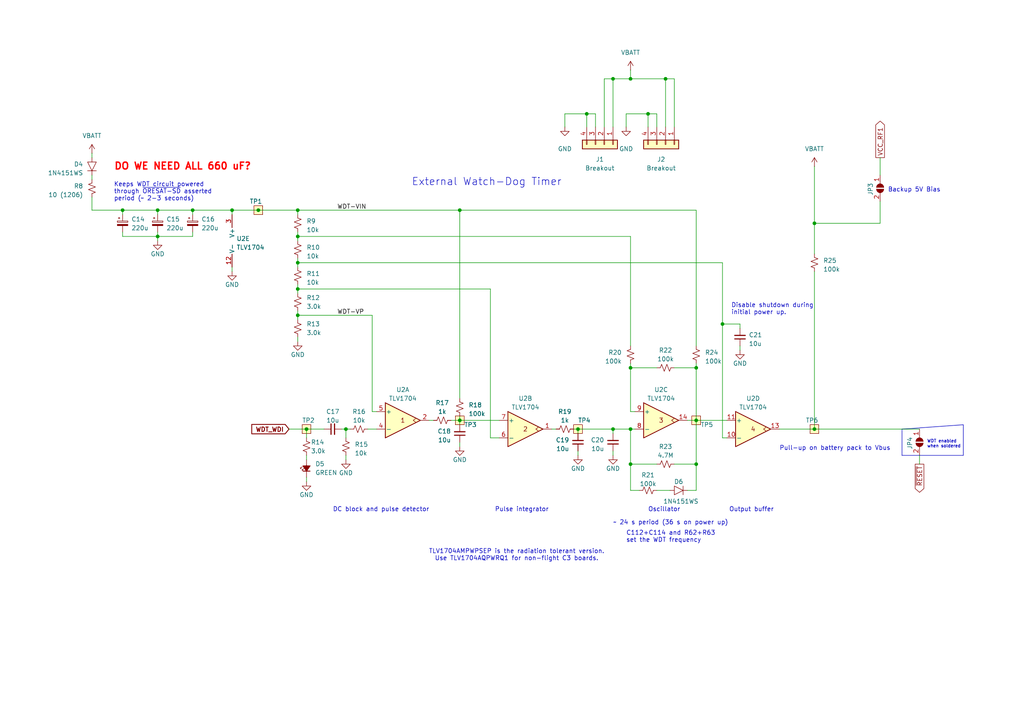
<source format=kicad_sch>
(kicad_sch (version 20231120) (generator "eeschema") (generator_version "8.0")
  (paper "A4")
  (lib_symbols
    (symbol "Connector_Generic:Conn_01x04" (pin_names (offset 1.016) hide)
      (property "Reference" "J" (at 0 5.08 0))
      (property "Value" "Conn_01x04" (at 0 -7.62 0))
      (symbol "Conn_01x04_1_1"
        (pin passive line (at -5.08 2.54 0) (length 3.81) (name "Pin_1") (number "1"))
        (pin passive line (at -5.08 0 0) (length 3.81) (name "Pin_2") (number "2"))
        (pin passive line (at -5.08 -2.54 0) (length 3.81) (name "Pin_3") (number "3"))
        (pin passive line (at -5.08 -5.08 0) (length 3.81) (name "Pin_4") (number "4"))
      )
    )
    (symbol "Device:C_Polarized_Small" (pin_numbers hide) (pin_names (offset 0.254) hide)
      (property "Reference" "C" (at 0.254 1.778 0))
      (property "Value" "C_Polarized_Small" (at 0.254 -2.032 0))
      (symbol "C_Polarized_Small_1_1"
        (pin passive line (at 0 2.54 270) (length 1.8542) (name "~") (number "1"))
        (pin passive line (at 0 -2.54 90) (length 1.8542) (name "~") (number "2"))
      )
    )
    (symbol "Device:C_Small" (pin_numbers hide) (pin_names (offset 0.254) hide)
      (property "Reference" "C" (at 0.254 1.778 0))
      (property "Value" "C_Small" (at 0.254 -2.032 0))
      (symbol "C_Small_1_1"
        (pin passive line (at 0 2.54 270) (length 2.032) (name "~") (number "1"))
        (pin passive line (at 0 -2.54 90) (length 2.032) (name "~") (number "2"))
      )
    )
    (symbol "Device:LED_Small_Filled" (pin_numbers hide) (pin_names (offset 0.254) hide)
      (property "Reference" "D" (at -1.27 3.175 0))
      (property "Value" "LED_Small_Filled" (at -4.445 -2.54 0))
      (symbol "LED_Small_Filled_1_1"
        (pin passive line (at -2.54 0 0) (length 1.778) (name "K") (number "1"))
        (pin passive line (at 2.54 0 180) (length 1.778) (name "A") (number "2"))
      )
    )
    (symbol "Device:R_Small_US" (pin_numbers hide) (pin_names (offset 0.254) hide)
      (property "Reference" "R" (at 0.762 0.508 0))
      (property "Value" "R_Small_US" (at 0.762 -1.016 0))
      (symbol "R_Small_US_1_1"
        (pin passive line (at 0 2.54 270) (length 1.016) (name "~") (number "1"))
        (pin passive line (at 0 -2.54 90) (length 1.016) (name "~") (number "2"))
      )
    )
    (symbol "GND_1" (power) (pin_numbers hide) (pin_names (offset 0) hide)
      (property "Value" "GND" (at 0 -3.81 0))
      (symbol "GND_1_1_1"
        (pin power_in line (at 0 0 270) (length 0) (name "~") (number "1"))
      )
    )
    (symbol "Jumper:SolderJumper_2_Open" (pin_names (offset 0) hide)
      (property "Reference" "JP" (at 0 2.032 0))
      (property "Value" "SolderJumper_2_Open" (at 0 -2.54 0))
      (symbol "SolderJumper_2_Open_1_1"
        (pin passive line (at -3.81 0 0) (length 2.54) (name "A") (number "1"))
        (pin passive line (at 3.81 0 180) (length 2.54) (name "B") (number "2"))
      )
    )
    (symbol "TLV1704AIPWR_1" (pin_names (offset 0.127))
      (property "Reference" "U" (at 0 5.08 0))
      (property "Value" "TLV1704AIPWR" (at 0 -5.08 0))
      (symbol "TLV1704AIPWR_1_1_1"
        (text "1" (at 0 0 0) (effects (font (size 1.27 1.27))))
        (pin open_collector line (at 7.62 0 180) (length 2.54) (name "~") (number "2"))
        (pin input line (at -7.62 -2.54 0) (length 2.54) (name "-") (number "4"))
        (pin input line (at -7.62 2.54 0) (length 2.54) (name "+") (number "5"))
      )
      (symbol "TLV1704AIPWR_1_2_1"
        (text "2" (at 0 0 0) (effects (font (size 1.27 1.27))))
        (pin open_collector line (at 7.62 0 180) (length 2.54) (name "~") (number "1"))
        (pin input line (at -7.62 -2.54 0) (length 2.54) (name "-") (number "6"))
        (pin input line (at -7.62 2.54 0) (length 2.54) (name "+") (number "7"))
      )
      (symbol "TLV1704AIPWR_1_3_1"
        (text "3" (at 0 0 0) (effects (font (size 1.27 1.27))))
        (pin open_collector line (at 7.62 0 180) (length 2.54) (name "~") (number "14"))
        (pin input line (at -7.62 -2.54 0) (length 2.54) (name "-") (number "8"))
        (pin input line (at -7.62 2.54 0) (length 2.54) (name "+") (number "9"))
      )
      (symbol "TLV1704AIPWR_1_4_1"
        (text "4" (at 0 0 0) (effects (font (size 1.27 1.27))))
        (pin input line (at -7.62 -2.54 0) (length 2.54) (name "-") (number "10"))
        (pin input line (at -7.62 2.54 0) (length 2.54) (name "+") (number "11"))
        (pin open_collector line (at 7.62 0 180) (length 2.54) (name "~") (number "13"))
      )
      (symbol "TLV1704AIPWR_1_5_1"
        (pin power_in line (at -2.54 -7.62 90) (length 3.81) (name "V-") (number "12"))
        (pin power_in line (at -2.54 7.62 270) (length 3.81) (name "V+") (number "3"))
      )
    )
    (symbol "TLV1704AIPWR_2" (pin_names (offset 0.127))
      (property "Reference" "U" (at 0 5.08 0))
      (property "Value" "TLV1704AIPWR" (at 0 -5.08 0))
      (symbol "TLV1704AIPWR_2_1_1"
        (text "1" (at 0 0 0) (effects (font (size 1.27 1.27))))
        (pin open_collector line (at 7.62 0 180) (length 2.54) (name "~") (number "2"))
        (pin input line (at -7.62 -2.54 0) (length 2.54) (name "-") (number "4"))
        (pin input line (at -7.62 2.54 0) (length 2.54) (name "+") (number "5"))
      )
      (symbol "TLV1704AIPWR_2_2_1"
        (text "2" (at 0 0 0) (effects (font (size 1.27 1.27))))
        (pin open_collector line (at 7.62 0 180) (length 2.54) (name "~") (number "1"))
        (pin input line (at -7.62 -2.54 0) (length 2.54) (name "-") (number "6"))
        (pin input line (at -7.62 2.54 0) (length 2.54) (name "+") (number "7"))
      )
      (symbol "TLV1704AIPWR_2_3_1"
        (text "3" (at 0 0 0) (effects (font (size 1.27 1.27))))
        (pin open_collector line (at 7.62 0 180) (length 2.54) (name "~") (number "14"))
        (pin input line (at -7.62 -2.54 0) (length 2.54) (name "-") (number "8"))
        (pin input line (at -7.62 2.54 0) (length 2.54) (name "+") (number "9"))
      )
      (symbol "TLV1704AIPWR_2_4_1"
        (text "4" (at 0 0 0) (effects (font (size 1.27 1.27))))
        (pin input line (at -7.62 -2.54 0) (length 2.54) (name "-") (number "10"))
        (pin input line (at -7.62 2.54 0) (length 2.54) (name "+") (number "11"))
        (pin open_collector line (at 7.62 0 180) (length 2.54) (name "~") (number "13"))
      )
      (symbol "TLV1704AIPWR_2_5_1"
        (pin power_in line (at -2.54 -7.62 90) (length 3.81) (name "V-") (number "12"))
        (pin power_in line (at -2.54 7.62 270) (length 3.81) (name "V+") (number "3"))
      )
    )
    (symbol "TLV1704AIPWR_3" (pin_names (offset 0.127))
      (property "Reference" "U" (at 0 5.08 0))
      (property "Value" "TLV1704AIPWR" (at 0 -5.08 0))
      (symbol "TLV1704AIPWR_3_1_1"
        (text "1" (at 0 0 0) (effects (font (size 1.27 1.27))))
        (pin open_collector line (at 7.62 0 180) (length 2.54) (name "~") (number "2"))
        (pin input line (at -7.62 -2.54 0) (length 2.54) (name "-") (number "4"))
        (pin input line (at -7.62 2.54 0) (length 2.54) (name "+") (number "5"))
      )
      (symbol "TLV1704AIPWR_3_2_1"
        (text "2" (at 0 0 0) (effects (font (size 1.27 1.27))))
        (pin open_collector line (at 7.62 0 180) (length 2.54) (name "~") (number "1"))
        (pin input line (at -7.62 -2.54 0) (length 2.54) (name "-") (number "6"))
        (pin input line (at -7.62 2.54 0) (length 2.54) (name "+") (number "7"))
      )
      (symbol "TLV1704AIPWR_3_3_1"
        (text "3" (at 0 0 0) (effects (font (size 1.27 1.27))))
        (pin open_collector line (at 7.62 0 180) (length 2.54) (name "~") (number "14"))
        (pin input line (at -7.62 -2.54 0) (length 2.54) (name "-") (number "8"))
        (pin input line (at -7.62 2.54 0) (length 2.54) (name "+") (number "9"))
      )
      (symbol "TLV1704AIPWR_3_4_1"
        (text "4" (at 0 0 0) (effects (font (size 1.27 1.27))))
        (pin input line (at -7.62 -2.54 0) (length 2.54) (name "-") (number "10"))
        (pin input line (at -7.62 2.54 0) (length 2.54) (name "+") (number "11"))
        (pin open_collector line (at 7.62 0 180) (length 2.54) (name "~") (number "13"))
      )
      (symbol "TLV1704AIPWR_3_5_1"
        (pin power_in line (at -2.54 -7.62 90) (length 3.81) (name "V-") (number "12"))
        (pin power_in line (at -2.54 7.62 270) (length 3.81) (name "V+") (number "3"))
      )
    )
    (symbol "TLV1704AIPWR_4" (pin_names (offset 0.127))
      (property "Reference" "U" (at 0 5.08 0))
      (property "Value" "TLV1704AIPWR" (at 0 -5.08 0))
      (symbol "TLV1704AIPWR_4_1_1"
        (text "1" (at 0 0 0) (effects (font (size 1.27 1.27))))
        (pin open_collector line (at 7.62 0 180) (length 2.54) (name "~") (number "2"))
        (pin input line (at -7.62 -2.54 0) (length 2.54) (name "-") (number "4"))
        (pin input line (at -7.62 2.54 0) (length 2.54) (name "+") (number "5"))
      )
      (symbol "TLV1704AIPWR_4_2_1"
        (text "2" (at 0 0 0) (effects (font (size 1.27 1.27))))
        (pin open_collector line (at 7.62 0 180) (length 2.54) (name "~") (number "1"))
        (pin input line (at -7.62 -2.54 0) (length 2.54) (name "-") (number "6"))
        (pin input line (at -7.62 2.54 0) (length 2.54) (name "+") (number "7"))
      )
      (symbol "TLV1704AIPWR_4_3_1"
        (text "3" (at 0 0 0) (effects (font (size 1.27 1.27))))
        (pin open_collector line (at 7.62 0 180) (length 2.54) (name "~") (number "14"))
        (pin input line (at -7.62 -2.54 0) (length 2.54) (name "-") (number "8"))
        (pin input line (at -7.62 2.54 0) (length 2.54) (name "+") (number "9"))
      )
      (symbol "TLV1704AIPWR_4_4_1"
        (text "4" (at 0 0 0) (effects (font (size 1.27 1.27))))
        (pin input line (at -7.62 -2.54 0) (length 2.54) (name "-") (number "10"))
        (pin input line (at -7.62 2.54 0) (length 2.54) (name "+") (number "11"))
        (pin open_collector line (at 7.62 0 180) (length 2.54) (name "~") (number "13"))
      )
      (symbol "TLV1704AIPWR_4_5_1"
        (pin power_in line (at -2.54 -7.62 90) (length 3.81) (name "V-") (number "12"))
        (pin power_in line (at -2.54 7.62 270) (length 3.81) (name "V+") (number "3"))
      )
    )
    (symbol "oresat-diodes:1N4151WS-HE3" (pin_numbers hide) (pin_names (offset 0) hide)
      (property "Reference" "D" (at 0 2.54 0))
      (property "Value" "1N4151WS" (at 0 -2.54 0))
      (symbol "1N4151WS-HE3_1_1"
        (pin passive line (at 2.54 0 180) (length 1.27) (name "1") (number "1"))
        (pin passive line (at -2.54 0 0) (length 1.27) (name "2") (number "2"))
      )
    )
    (symbol "oresat-ics:TLV1704AIPWR" (pin_names (offset 0.127))
      (property "Reference" "U" (at 0 5.08 0))
      (property "Value" "TLV1704AIPWR" (at 0 -5.08 0))
      (symbol "TLV1704AIPWR_1_1"
        (text "1" (at 0 0 0) (effects (font (size 1.27 1.27))))
        (pin open_collector line (at 7.62 0 180) (length 2.54) (name "~") (number "2"))
        (pin input line (at -7.62 -2.54 0) (length 2.54) (name "-") (number "4"))
        (pin input line (at -7.62 2.54 0) (length 2.54) (name "+") (number "5"))
      )
      (symbol "TLV1704AIPWR_2_1"
        (text "2" (at 0 0 0) (effects (font (size 1.27 1.27))))
        (pin open_collector line (at 7.62 0 180) (length 2.54) (name "~") (number "1"))
        (pin input line (at -7.62 -2.54 0) (length 2.54) (name "-") (number "6"))
        (pin input line (at -7.62 2.54 0) (length 2.54) (name "+") (number "7"))
      )
      (symbol "TLV1704AIPWR_3_1"
        (text "3" (at 0 0 0) (effects (font (size 1.27 1.27))))
        (pin open_collector line (at 7.62 0 180) (length 2.54) (name "~") (number "14"))
        (pin input line (at -7.62 -2.54 0) (length 2.54) (name "-") (number "8"))
        (pin input line (at -7.62 2.54 0) (length 2.54) (name "+") (number "9"))
      )
      (symbol "TLV1704AIPWR_4_1"
        (text "4" (at 0 0 0) (effects (font (size 1.27 1.27))))
        (pin input line (at -7.62 -2.54 0) (length 2.54) (name "-") (number "10"))
        (pin input line (at -7.62 2.54 0) (length 2.54) (name "+") (number "11"))
        (pin open_collector line (at 7.62 0 180) (length 2.54) (name "~") (number "13"))
      )
      (symbol "TLV1704AIPWR_5_1"
        (pin power_in line (at -2.54 -7.62 90) (length 3.81) (name "V-") (number "12"))
        (pin power_in line (at -2.54 7.62 270) (length 3.81) (name "V+") (number "3"))
      )
    )
    (symbol "oresat-misc:Test-Point-0.75mm-th" (exclude_from_sim yes) (in_bom no)
      (property "Reference" "TP" (at 0 2.54 0))
      (symbol "Test-Point-0.75mm-th_1_0"
        (pin passive line (at 0 0 0) (length 0) (name "1") (number "1"))
      )
    )
    (symbol "power:GND" (power) (pin_names (offset 0))
      (property "Value" "GND" (at 0 -3.81 0))
      (symbol "GND_1_1"
        (pin power_in line (at 0 0 270) (length 0) hide (name "GND") (number "1"))
      )
    )
    (symbol "power:VBUS" (power) (pin_numbers hide) (pin_names (offset 0) hide)
      (property "Value" "VBUS" (at 0 3.556 0))
      (symbol "VBUS_1_1"
        (pin power_in line (at 0 0 90) (length 0) (name "~") (number "1"))
      )
    )
  )
  (junction (at 193.04 22.86))
  (junction (at 86.36 68.58))
  (junction (at 201.93 134.62))
  (junction (at 67.31 60.96))
  (junction (at 86.36 60.96))
  (junction (at 133.35 121.92))
  (junction (at 182.88 106.68))
  (junction (at 86.36 76.2))
  (junction (at 177.8 124.46))
  (junction (at 133.35 60.96))
  (junction (at 201.93 106.68))
  (junction (at 236.22 124.46))
  (junction (at 88.9 124.46))
  (junction (at 100.33 124.46))
  (junction (at 86.36 91.44))
  (junction (at 182.88 124.46))
  (junction (at 86.36 83.82))
  (junction (at 201.93 121.92))
  (junction (at 74.93 60.96))
  (junction (at 182.88 22.86))
  (junction (at 182.88 134.62))
  (junction (at 167.64 124.46))
  (junction (at 236.22 64.77))
  (junction (at 45.72 60.96))
  (junction (at 35.56 60.96))
  (junction (at 55.88 60.96))
  (junction (at 177.8 22.86))
  (junction (at 187.96 33.02))
  (junction (at 209.55 93.98))
  (junction (at 45.72 68.58))
  (junction (at 170.18 33.02))
  (wire (pts (xy 266.7 132.08) (xy 266.7 134.62)))
  (wire (pts (xy 167.64 124.46) (xy 177.8 124.46)))
  (wire (pts (xy 133.35 121.92) (xy 133.35 123.19)))
  (wire (pts (xy 88.9 139.7) (xy 88.9 138.43)))
  (wire (pts (xy 187.96 33.02) (xy 181.61 33.02)))
  (wire (pts (xy 88.9 127) (xy 88.9 124.46)))
  (wire (pts (xy 190.5 134.62) (xy 182.88 134.62)))
  (wire (pts (xy 26.67 60.96) (xy 35.56 60.96)))
  (wire (pts (xy 184.15 119.38) (xy 182.88 119.38)))
  (wire (pts (xy 209.55 76.2) (xy 209.55 93.98)))
  (wire (pts (xy 255.27 64.77) (xy 236.22 64.77)))
  (wire (pts (xy 74.93 60.96) (xy 86.36 60.96)))
  (wire (pts (xy 182.88 22.86) (xy 182.88 20.32)))
  (wire (pts (xy 100.33 124.46) (xy 100.33 127)))
  (wire (pts (xy 182.88 142.24) (xy 182.88 134.62)))
  (wire (pts (xy 214.63 95.25) (xy 214.63 93.98)))
  (wire (pts (xy 187.96 36.83) (xy 187.96 33.02)))
  (wire (pts (xy 107.95 91.44) (xy 107.95 119.38)))
  (wire (pts (xy 86.36 76.2) (xy 209.55 76.2)))
  (wire (pts (xy 182.88 106.68) (xy 190.5 106.68)))
  (wire (pts (xy 45.72 67.31) (xy 45.72 68.58)))
  (wire (pts (xy 170.18 33.02) (xy 172.72 33.02)))
  (wire (pts (xy 177.8 22.86) (xy 177.8 36.83)))
  (polyline (pts (xy 261.62 124.46) (xy 279.4 123.19)))
  (wire (pts (xy 209.55 93.98) (xy 214.63 93.98)))
  (wire (pts (xy 201.93 142.24) (xy 201.93 134.62)))
  (wire (pts (xy 45.72 68.58) (xy 55.88 68.58)))
  (wire (pts (xy 175.26 22.86) (xy 177.8 22.86)))
  (wire (pts (xy 67.31 78.74) (xy 67.31 77.47)))
  (wire (pts (xy 35.56 60.96) (xy 35.56 62.23)))
  (wire (pts (xy 226.06 124.46) (xy 236.22 124.46)))
  (wire (pts (xy 236.22 124.46) (xy 266.7 124.46)))
  (wire (pts (xy 88.9 132.08) (xy 88.9 133.35)))
  (wire (pts (xy 45.72 60.96) (xy 45.72 62.23)))
  (wire (pts (xy 195.58 36.83) (xy 195.58 22.86)))
  (wire (pts (xy 55.88 62.23) (xy 55.88 60.96)))
  (wire (pts (xy 160.02 124.46) (xy 161.29 124.46)))
  (wire (pts (xy 35.56 60.96) (xy 45.72 60.96)))
  (polyline (pts (xy 261.62 132.08) (xy 261.62 124.46)))
  (wire (pts (xy 163.83 33.02) (xy 163.83 36.83)))
  (wire (pts (xy 201.93 100.33) (xy 201.93 60.96)))
  (wire (pts (xy 167.64 132.08) (xy 167.64 130.81)))
  (wire (pts (xy 142.24 83.82) (xy 142.24 127)))
  (wire (pts (xy 86.36 83.82) (xy 86.36 85.09)))
  (wire (pts (xy 236.22 48.26) (xy 236.22 64.77)))
  (wire (pts (xy 124.46 121.92) (xy 125.73 121.92)))
  (wire (pts (xy 177.8 22.86) (xy 182.88 22.86)))
  (wire (pts (xy 133.35 121.92) (xy 133.35 120.65)))
  (wire (pts (xy 175.26 36.83) (xy 175.26 22.86)))
  (wire (pts (xy 88.9 124.46) (xy 93.98 124.46)))
  (wire (pts (xy 177.8 132.08) (xy 177.8 130.81)))
  (wire (pts (xy 106.68 124.46) (xy 109.22 124.46)))
  (wire (pts (xy 201.93 105.41) (xy 201.93 106.68)))
  (wire (pts (xy 201.93 121.92) (xy 210.82 121.92)))
  (wire (pts (xy 86.36 90.17) (xy 86.36 91.44)))
  (wire (pts (xy 26.67 44.45) (xy 26.67 45.72)))
  (wire (pts (xy 177.8 124.46) (xy 182.88 124.46)))
  (wire (pts (xy 86.36 97.79) (xy 86.36 99.06)))
  (wire (pts (xy 86.36 76.2) (xy 86.36 77.47)))
  (wire (pts (xy 182.88 119.38) (xy 182.88 106.68)))
  (wire (pts (xy 255.27 45.72) (xy 255.27 50.8)))
  (wire (pts (xy 133.35 60.96) (xy 86.36 60.96)))
  (polyline (pts (xy 279.4 123.19) (xy 279.4 132.08)))
  (wire (pts (xy 133.35 129.54) (xy 133.35 128.27)))
  (wire (pts (xy 182.88 124.46) (xy 184.15 124.46)))
  (wire (pts (xy 100.33 124.46) (xy 101.6 124.46)))
  (wire (pts (xy 214.63 101.6) (xy 214.63 100.33)))
  (wire (pts (xy 86.36 91.44) (xy 107.95 91.44)))
  (wire (pts (xy 35.56 67.31) (xy 35.56 68.58)))
  (wire (pts (xy 201.93 134.62) (xy 201.93 121.92)))
  (wire (pts (xy 133.35 121.92) (xy 144.78 121.92)))
  (wire (pts (xy 236.22 78.74) (xy 236.22 124.46)))
  (wire (pts (xy 166.37 124.46) (xy 167.64 124.46)))
  (wire (pts (xy 86.36 67.31) (xy 86.36 68.58)))
  (wire (pts (xy 67.31 60.96) (xy 74.93 60.96)))
  (wire (pts (xy 133.35 60.96) (xy 133.35 115.57)))
  (wire (pts (xy 209.55 93.98) (xy 209.55 127)))
  (wire (pts (xy 193.04 22.86) (xy 182.88 22.86)))
  (wire (pts (xy 187.96 33.02) (xy 190.5 33.02)))
  (wire (pts (xy 190.5 33.02) (xy 190.5 36.83)))
  (wire (pts (xy 100.33 132.08) (xy 100.33 133.35)))
  (wire (pts (xy 86.36 83.82) (xy 142.24 83.82)))
  (wire (pts (xy 55.88 60.96) (xy 67.31 60.96)))
  (wire (pts (xy 86.36 68.58) (xy 86.36 69.85)))
  (wire (pts (xy 99.06 124.46) (xy 100.33 124.46)))
  (wire (pts (xy 255.27 58.42) (xy 255.27 64.77)))
  (wire (pts (xy 86.36 91.44) (xy 86.36 92.71)))
  (wire (pts (xy 199.39 121.92) (xy 201.93 121.92)))
  (wire (pts (xy 199.39 142.24) (xy 201.93 142.24)))
  (wire (pts (xy 190.5 142.24) (xy 194.31 142.24)))
  (wire (pts (xy 67.31 62.23) (xy 67.31 60.96)))
  (wire (pts (xy 195.58 22.86) (xy 193.04 22.86)))
  (wire (pts (xy 86.36 68.58) (xy 182.88 68.58)))
  (wire (pts (xy 172.72 33.02) (xy 172.72 36.83)))
  (wire (pts (xy 86.36 74.93) (xy 86.36 76.2)))
  (wire (pts (xy 167.64 124.46) (xy 167.64 125.73)))
  (wire (pts (xy 236.22 64.77) (xy 236.22 73.66)))
  (wire (pts (xy 133.35 60.96) (xy 201.93 60.96)))
  (polyline (pts (xy 279.4 132.08) (xy 261.62 132.08)))
  (wire (pts (xy 45.72 60.96) (xy 55.88 60.96)))
  (wire (pts (xy 45.72 68.58) (xy 45.72 69.85)))
  (wire (pts (xy 195.58 134.62) (xy 201.93 134.62)))
  (wire (pts (xy 193.04 36.83) (xy 193.04 22.86)))
  (wire (pts (xy 182.88 105.41) (xy 182.88 106.68)))
  (wire (pts (xy 142.24 127) (xy 144.78 127)))
  (wire (pts (xy 83.82 124.46) (xy 88.9 124.46)))
  (wire (pts (xy 195.58 106.68) (xy 201.93 106.68)))
  (wire (pts (xy 55.88 67.31) (xy 55.88 68.58)))
  (wire (pts (xy 182.88 142.24) (xy 185.42 142.24)))
  (wire (pts (xy 26.67 57.15) (xy 26.67 60.96)))
  (wire (pts (xy 170.18 33.02) (xy 163.83 33.02)))
  (wire (pts (xy 209.55 127) (xy 210.82 127)))
  (wire (pts (xy 26.67 50.8) (xy 26.67 52.07)))
  (wire (pts (xy 182.88 134.62) (xy 182.88 124.46)))
  (wire (pts (xy 177.8 125.73) (xy 177.8 124.46)))
  (wire (pts (xy 107.95 119.38) (xy 109.22 119.38)))
  (wire (pts (xy 170.18 36.83) (xy 170.18 33.02)))
  (wire (pts (xy 45.72 68.58) (xy 35.56 68.58)))
  (wire (pts (xy 182.88 100.33) (xy 182.88 68.58)))
  (wire (pts (xy 86.36 62.23) (xy 86.36 60.96)))
  (wire (pts (xy 130.81 121.92) (xy 133.35 121.92)))
  (wire (pts (xy 201.93 106.68) (xy 201.93 121.92)))
  (wire (pts (xy 181.61 33.02) (xy 181.61 36.83)))
  (wire (pts (xy 86.36 82.55) (xy 86.36 83.82)))
  (text "DC block and pulse detector" (at 96.52 148.59 0) (effects (font (size 1.27 1.27)) (justify left bottom)))
  (text "External Watch-Dog Timer" (at 119.38 54.102 0) (effects (font (size 2.159 2.159)) (justify left bottom)))
  (text "Backup 5V Bias" (at 265.176 55.118 0) (effects (font (size 1.27 1.27))))
  (text "Pulse integrator" (at 143.51 148.59 0) (effects (font (size 1.27 1.27)) (justify left bottom)))
  (text "Disable shutdown during\ninitial power up." (at 212.09 91.44 0) (effects (font (size 1.27 1.27)) (justify left bottom)))
  (text "Keeps WDT circuit powered\nthrough ~{ORESAT-SD} asserted\nperiod (~ 2-3 seconds)" (at 33.02 58.42 0) (effects (font (size 1.27 1.27)) (justify left bottom)))
  (text "Oscillator" (at 187.96 148.59 0) (effects (font (size 1.27 1.27)) (justify left bottom)))
  (text "DO WE NEED ALL 660 uF?" (at 33.02 49.53 0) (effects (font (size 2 2) (thickness 0.4) (bold yes)) (justify left bottom)))
  (text "~ 24 s period (36 s on power up)" (at 177.8 152.4 0) (effects (font (size 1.27 1.27)) (justify left bottom)))
  (text "C112+C114 and R62+R63 \nset the WDT frequency" (at 181.61 157.48 0) (effects (font (size 1.27 1.27)) (justify left bottom)))
  (text "Pull-up on battery pack to Vbus" (at 226.06 130.81 0) (effects (font (size 1.27 1.27)) (justify left bottom)))
  (text "WDT enabled\nwhen soldered" (at 268.859 130.048 0) (effects (font (size 0.889 0.889)) (justify left bottom)))
  (text "TLV1704AMPWPSEP is the radiation tolerant version.\nUse TLV1704AQPWRQ1 for non-flight C3 boards." (at 149.86 161.036 0) (effects (font (size 1.27 1.27))))
  (text "Output buffer" (at 211.455 148.59 0) (effects (font (size 1.27 1.27)) (justify left bottom)))
  (label "WDT-VIN" (at 97.79 60.96 0))
  (label "WDT-VP" (at 97.79 91.44 0))
  (global_label "~{RESET}" (shape output) (at 266.7 134.62 270) (property "Intersheetrefs" "${INTERSHEET_REFS}" (effects (hide yes))))
  (global_label "VCC_RF1" (shape output) (at 255.27 45.72 90) (property "Intersheetrefs" "${INTERSHEET_REFS}" (effects (hide yes))))
  (global_label "WDT_WDI" (shape input) (at 83.82 124.46 180) (effects (font (thickness 0.254) (bold yes))) (property "Intersheetrefs" "${INTERSHEET_REFS}" (effects (hide yes))))
  (symbol (lib_id "power:GND") (at 167.64 132.08 0) (mirror y) (unit 1)
    (property "Reference" "#PWR031" (effects (hide yes)))
    (property "Value" "GND" (at 167.64 135.89 0))
    (property "Description" "Power symbol creates a global label with name \"GND\" , ground" (effects (hide yes)))
  )
  (symbol (lib_id "Device:R_Small_US") (at 86.36 72.39 0) (unit 1)
    (property "Reference" "R10" (at 88.9 71.755 0) (effects (justify left)))
    (property "Value" "10k" (at 88.9 74.295 0) (effects (justify left)))
    (property "Footprint" "Resistor_SMD:R_0603_1608Metric" (effects (hide yes)))
    (property "Description" "10 kOhms ±1% 0.1W, 1/10W Chip Resistor 0603 (1608 Metric) Automotive AEC-Q200 Thick Film" (effects (hide yes)))
    (property "DPN" "RMCF0603FT10K0CT-ND" (effects (hide yes)))
    (property "DST" "Digi-Key" (effects (hide yes)))
    (property "MFR" "Stackpole Electronics Inc" (effects (hide yes)))
    (property "MPN" "RMCF0603FT10K0" (effects (hide yes)))
  )
  (symbol (lib_id "Device:R_Small_US") (at 236.22 76.2 180) (unit 1)
    (property "Reference" "R25" (at 238.76 75.565 0) (effects (justify right)))
    (property "Value" "100k" (at 238.76 78.105 0) (effects (justify right)))
    (property "Footprint" "Resistor_SMD:R_0603_1608Metric" (effects (hide yes)))
    (property "Description" "100 kOhms ±5% 0.1W, 1/10W Chip Resistor 0603 (1608 Metric) Automotive AEC-Q200 Thick Film" (effects (hide yes)))
    (property "DPN" "RMCF0603FT100KCT-ND" (effects (hide yes)))
    (property "DST" "Digi-Key" (effects (hide yes)))
    (property "MFR" "Stackpole Electronics Inc" (effects (hide yes)))
    (property "MPN" "RMCF0603FT100K" (effects (hide yes)))
  )
  (symbol (lib_id "Device:R_Small_US") (at 201.93 102.87 180) (unit 1)
    (property "Reference" "R24" (at 204.47 102.235 0) (effects (justify right)))
    (property "Value" "100k" (at 204.47 104.775 0) (effects (justify right)))
    (property "Footprint" "Resistor_SMD:R_0603_1608Metric" (effects (hide yes)))
    (property "Description" "100 kOhms ±5% 0.1W, 1/10W Chip Resistor 0603 (1608 Metric) Automotive AEC-Q200 Thick Film" (effects (hide yes)))
    (property "DPN" "RMCF0603FT100KCT-ND" (effects (hide yes)))
    (property "DST" "Digi-Key" (effects (hide yes)))
    (property "MFR" "Stackpole Electronics Inc" (effects (hide yes)))
    (property "MPN" "RMCF0603FT100K" (effects (hide yes)))
  )
  (symbol (lib_id "Device:R_Small_US") (at 100.33 129.54 0) (unit 1)
    (property "Reference" "R15" (at 102.87 128.905 0) (effects (justify left)))
    (property "Value" "10k" (at 102.87 131.445 0) (effects (justify left)))
    (property "Footprint" "Resistor_SMD:R_0603_1608Metric" (effects (hide yes)))
    (property "Description" "10 kOhms ±1% 0.1W, 1/10W Chip Resistor 0603 (1608 Metric) Automotive AEC-Q200 Thick Film" (effects (hide yes)))
    (property "DPN" "RMCF0603FT10K0CT-ND" (effects (hide yes)))
    (property "DST" "Digi-Key" (effects (hide yes)))
    (property "MFR" "Stackpole Electronics Inc" (effects (hide yes)))
    (property "MPN" "RMCF0603FT10K0" (effects (hide yes)))
  )
  (symbol (lib_id "Device:R_Small_US") (at 133.35 118.11 0) (unit 1)
    (property "Reference" "R18" (at 135.89 117.475 0) (effects (justify left)))
    (property "Value" "100k" (at 135.89 120.015 0) (effects (justify left)))
    (property "Footprint" "Resistor_SMD:R_0603_1608Metric" (effects (hide yes)))
    (property "Description" "100 kOhms ±5% 0.1W, 1/10W Chip Resistor 0603 (1608 Metric) Automotive AEC-Q200 Thick Film" (effects (hide yes)))
    (property "DPN" "RMCF0603FT100KCT-ND" (effects (hide yes)))
    (property "DST" "Digi-Key" (effects (hide yes)))
    (property "MFR" "Stackpole Electronics Inc" (effects (hide yes)))
    (property "MPN" "RMCF0603FT100K" (effects (hide yes)))
  )
  (symbol (lib_name "TLV1704AIPWR_3") (lib_id "oresat-ics:TLV1704AIPWR") (at 218.44 124.46 0) (unit 4)
    (property "Reference" "U2" (at 218.44 115.57 0))
    (property "Value" "TLV1704" (at 218.44 118.11 0))
    (property "Footprint" "Package_SO:TSSOP-14_4.4x5mm_P0.65mm" (effects (hide yes)))
    (property "Datasheet" "https://www.ti.com/lit/ds/symlink/tlv1704-sep.pdf" (effects (hide yes)))
    (property "Description" "Analog Comparators 2.2-V to 36-V, radiation tolerant microPower quad comparator in space enhanced plastic 14-TSSOP -55 to 125" (effects (hide yes)))
    (property "MFR" "Texas Instruments" (effects (hide yes)))
    (property "MPN" "TLV1704AQPWRQ1" (effects (hide yes)))
    (property "DST" "Digi-Key" (effects (hide yes)))
    (property "DPN" "296-43799-2-ND" (effects (hide yes)))
  )
  (symbol (lib_id "Device:C_Small") (at 96.52 124.46 90) (unit 1)
    (property "Reference" "C17" (at 96.5263 119.38 90))
    (property "Value" "10u" (at 96.5263 121.92 90))
    (property "Footprint" "Capacitor_SMD:C_0603_1608Metric" (effects (hide yes)))
    (property "Description" "10 µF ±10% 16V Ceramic Capacitor X5R 0603 (1608 Metric)" (effects (hide yes)))
    (property "DPN" "490-12317-1-ND" (effects (hide yes)))
    (property "DST" "Digi-Key" (effects (hide yes)))
    (property "MFR" "Murata" (effects (hide yes)))
    (property "MPN" "GRT188R61C106KE13D" (effects (hide yes)))
  )
  (symbol (lib_id "oresat-misc:Test-Point-0.75mm-th") (at 133.35 121.92 0) (unit 1) (exclude_from_sim yes) (in_bom no)
    (property "Reference" "TP3" (at 134.62 123.19 0) (effects (justify left)))
    (property "Value" "TestPoint-MinTH" (effects (hide yes)))
    (property "Footprint" "oresat-misc:TestPoint-0.75mm-th" (effects (hide yes)))
    (property "Description" "0.75 mm TH test point; good for scope probes and jumpers" (effects (hide yes)))
  )
  (symbol (lib_id "power:GND") (at 88.9 139.7 0) (unit 1)
    (property "Reference" "#PWR027" (effects (hide yes)))
    (property "Value" "GND" (at 88.9 143.51 0))
    (property "Description" "Power symbol creates a global label with name \"GND\" , ground" (effects (hide yes)))
  )
  (symbol (lib_id "Device:R_Small_US") (at 193.04 106.68 90) (unit 1)
    (property "Reference" "R22" (at 193.04 101.6 90))
    (property "Value" "100k" (at 193.04 104.14 90))
    (property "Footprint" "Resistor_SMD:R_0603_1608Metric" (effects (hide yes)))
    (property "Description" "100 kOhms ±5% 0.1W, 1/10W Chip Resistor 0603 (1608 Metric) Automotive AEC-Q200 Thick Film" (effects (hide yes)))
    (property "DPN" "RMCF0603FT100KCT-ND" (effects (hide yes)))
    (property "DST" "Digi-Key" (effects (hide yes)))
    (property "MFR" "Stackpole Electronics Inc" (effects (hide yes)))
    (property "MPN" "RMCF0603FT100K" (effects (hide yes)))
  )
  (symbol (lib_id "Jumper:SolderJumper_2_Open") (at 266.7 128.27 270) (unit 1)
    (property "Reference" "JP4" (at 263.906 128.524 0))
    (property "Value" "SolderJumper_2_Open" (effects (hide yes)))
    (property "Footprint" "Jumper:SolderJumper-2_P1.3mm_Open_RoundedPad1.0x1.5mm" (effects (hide yes)))
  )
  (symbol (lib_id "power:GND") (at 133.35 129.54 0) (unit 1)
    (property "Reference" "#PWR029" (effects (hide yes)))
    (property "Value" "GND" (at 133.35 133.35 0))
    (property "Description" "Power symbol creates a global label with name \"GND\" , ground" (effects (hide yes)))
  )
  (symbol (lib_id "power:VBUS") (at 182.88 20.32 0) (unit 1)
    (property "Reference" "#PWR034" (effects (hide yes)))
    (property "Value" "VBATT" (at 182.88 15.24 0))
    (property "Description" "Power symbol creates a global label with name \"VBUS\"" (effects (hide yes)))
  )
  (symbol (lib_id "Device:C_Small") (at 177.8 128.27 0) (mirror x) (unit 1)
    (property "Reference" "C20" (at 175.26 127.6286 0) (effects (justify right)))
    (property "Value" "10u" (at 175.26 130.1686 0) (effects (justify right)))
    (property "Footprint" "Capacitor_SMD:C_0603_1608Metric" (effects (hide yes)))
    (property "Description" "10 µF ±10% 16V Ceramic Capacitor X5R 0603 (1608 Metric)" (effects (hide yes)))
    (property "DPN" "490-12317-1-ND" (effects (hide yes)))
    (property "DST" "Digi-Key" (effects (hide yes)))
    (property "MFR" "Murata" (effects (hide yes)))
    (property "MPN" "GRT188R61C106KE13D" (effects (hide yes)))
  )
  (symbol (lib_id "Device:R_Small_US") (at 86.36 87.63 0) (unit 1)
    (property "Reference" "R12" (at 88.9 86.36 0) (effects (justify left)))
    (property "Value" "3.0k" (at 88.9 88.9 0) (effects (justify left)))
    (property "Footprint" "Resistor_SMD:R_0603_1608Metric" (effects (hide yes)))
    (property "Description" "3 kOhms ±1% 0.1W, 1/10W Chip Resistor 0603 (1608 Metric) Automotive AEC-Q200 Thick Film" (effects (hide yes)))
    (property "DPN" "RMCF0603FT3K00CT-ND" (effects (hide yes)))
    (property "DST" "Digi-Key" (effects (hide yes)))
    (property "MFR" "Stackpole Electronics Inc" (effects (hide yes)))
    (property "MPN" "RMCF0603FT3K00" (effects (hide yes)))
  )
  (symbol (lib_id "Jumper:SolderJumper_2_Open") (at 255.27 54.61 270) (unit 1)
    (property "Reference" "JP3" (at 252.476 54.864 0))
    (property "Value" "SolderJumper_2_Open" (effects (hide yes)))
    (property "Footprint" "Jumper:SolderJumper-2_P1.3mm_Open_RoundedPad1.0x1.5mm" (effects (hide yes)))
  )
  (symbol (lib_id "oresat-misc:Test-Point-0.75mm-th") (at 201.93 121.92 0) (unit 1) (exclude_from_sim yes) (in_bom no)
    (property "Reference" "TP5" (at 203.2 123.19 0) (effects (justify left)))
    (property "Value" "TestPoint-MinTH" (effects (hide yes)))
    (property "Footprint" "oresat-misc:TestPoint-0.75mm-th" (effects (hide yes)))
    (property "Description" "0.75 mm TH test point; good for scope probes and jumpers" (effects (hide yes)))
  )
  (symbol (lib_id "power:VBUS") (at 236.22 48.26 0) (unit 1)
    (property "Reference" "#PWR036" (effects (hide yes)))
    (property "Value" "VBATT" (at 236.22 43.18 0))
    (property "Description" "Power symbol creates a global label with name \"VBUS\"" (effects (hide yes)))
  )
  (symbol (lib_id "Device:R_Small_US") (at 128.27 121.92 90) (unit 1)
    (property "Reference" "R17" (at 128.27 116.84 90))
    (property "Value" "1k" (at 128.27 119.38 90))
    (property "Footprint" "Resistor_SMD:R_0603_1608Metric" (effects (hide yes)))
    (property "Description" "1 kOhms ±1% 0.1W, 1/10W Chip Resistor 0603 (1608 Metric) Automotive AEC-Q200 Thick Film" (effects (hide yes)))
    (property "DPN" "RMCF0603FT1K00CT-ND" (effects (hide yes)))
    (property "DST" "Digi-Key" (effects (hide yes)))
    (property "MFR" "Stackpole Electronics Inc" (effects (hide yes)))
    (property "MPN" "RMCF0603FT1K00" (effects (hide yes)))
  )
  (symbol (lib_id "Device:R_Small_US") (at 86.36 95.25 0) (unit 1)
    (property "Reference" "R13" (at 88.9 93.98 0) (effects (justify left)))
    (property "Value" "3.0k" (at 88.9 96.52 0) (effects (justify left)))
    (property "Footprint" "Resistor_SMD:R_0603_1608Metric" (effects (hide yes)))
    (property "Description" "3 kOhms ±1% 0.1W, 1/10W Chip Resistor 0603 (1608 Metric) Automotive AEC-Q200 Thick Film" (effects (hide yes)))
    (property "DPN" "RMCF0603FT3K00CT-ND" (effects (hide yes)))
    (property "DST" "Digi-Key" (effects (hide yes)))
    (property "MFR" "Stackpole Electronics Inc" (effects (hide yes)))
    (property "MPN" "RMCF0603FT3K00" (effects (hide yes)))
  )
  (symbol (lib_id "Device:R_Small_US") (at 86.36 64.77 0) (unit 1)
    (property "Reference" "R9" (at 88.9 64.135 0) (effects (justify left)))
    (property "Value" "10k" (at 88.9 66.675 0) (effects (justify left)))
    (property "Footprint" "Resistor_SMD:R_0603_1608Metric" (effects (hide yes)))
    (property "Description" "10 kOhms ±1% 0.1W, 1/10W Chip Resistor 0603 (1608 Metric) Automotive AEC-Q200 Thick Film" (effects (hide yes)))
    (property "DPN" "RMCF0603FT10K0CT-ND" (effects (hide yes)))
    (property "DST" "Digi-Key" (effects (hide yes)))
    (property "MFR" "Stackpole Electronics Inc" (effects (hide yes)))
    (property "MPN" "RMCF0603FT10K0" (effects (hide yes)))
  )
  (symbol (lib_id "Device:R_Small_US") (at 104.14 124.46 90) (unit 1)
    (property "Reference" "R16" (at 104.14 119.38 90))
    (property "Value" "10k" (at 104.14 121.92 90))
    (property "Footprint" "Resistor_SMD:R_0603_1608Metric" (effects (hide yes)))
    (property "Description" "10 kOhms ±1% 0.1W, 1/10W Chip Resistor 0603 (1608 Metric) Automotive AEC-Q200 Thick Film" (effects (hide yes)))
    (property "DPN" "RMCF0603FT10K0CT-ND" (effects (hide yes)))
    (property "DST" "Digi-Key" (effects (hide yes)))
    (property "MFR" "Stackpole Electronics Inc" (effects (hide yes)))
    (property "MPN" "RMCF0603FT10K0" (effects (hide yes)))
  )
  (symbol (lib_id "power:GND") (at 214.63 101.6 0) (mirror y) (unit 1)
    (property "Reference" "#PWR035" (effects (hide yes)))
    (property "Value" "GND" (at 214.63 105.41 0))
    (property "Description" "Power symbol creates a global label with name \"GND\" , ground" (effects (hide yes)))
  )
  (symbol (lib_name "GND_1") (lib_id "power:GND") (at 163.83 36.83 0) (unit 1)
    (property "Reference" "#PWR030" (effects (hide yes)))
    (property "Value" "GND" (at 163.83 43.18 0))
    (property "Description" "Power symbol creates a global label with name \"GND\" , ground" (effects (hide yes)))
  )
  (symbol (lib_id "power:GND") (at 100.33 133.35 0) (unit 1)
    (property "Reference" "#PWR028" (effects (hide yes)))
    (property "Value" "GND" (at 100.33 137.16 0))
    (property "Description" "Power symbol creates a global label with name \"GND\" , ground" (effects (hide yes)))
  )
  (symbol (lib_id "oresat-misc:Test-Point-0.75mm-th") (at 167.64 124.46 0) (unit 1) (exclude_from_sim yes) (in_bom no)
    (property "Reference" "TP4" (at 167.64 121.92 0) (effects (justify left)))
    (property "Value" "TestPoint-MinTH" (effects (hide yes)))
    (property "Footprint" "oresat-misc:TestPoint-0.75mm-th" (effects (hide yes)))
    (property "Description" "0.75 mm TH test point; good for scope probes and jumpers" (effects (hide yes)))
  )
  (symbol (lib_id "oresat-misc:Test-Point-0.75mm-th") (at 88.9 124.46 0) (unit 1) (exclude_from_sim yes) (in_bom no)
    (property "Reference" "TP2" (at 87.63 121.92 0) (effects (justify left)))
    (property "Value" "TestPoint-MinTH" (effects (hide yes)))
    (property "Footprint" "oresat-misc:TestPoint-0.75mm-th" (effects (hide yes)))
    (property "Description" "0.75 mm TH test point; good for scope probes and jumpers" (effects (hide yes)))
  )
  (symbol (lib_id "Device:R_Small_US") (at 163.83 124.46 90) (unit 1)
    (property "Reference" "R19" (at 163.83 119.38 90))
    (property "Value" "1k" (at 163.83 121.92 90))
    (property "Footprint" "Resistor_SMD:R_0603_1608Metric" (effects (hide yes)))
    (property "Description" "1 kOhms ±1% 0.1W, 1/10W Chip Resistor 0603 (1608 Metric) Automotive AEC-Q200 Thick Film" (effects (hide yes)))
    (property "DPN" "RMCF0603FT1K00CT-ND" (effects (hide yes)))
    (property "DST" "Digi-Key" (effects (hide yes)))
    (property "MFR" "Stackpole Electronics Inc" (effects (hide yes)))
    (property "MPN" "RMCF0603FT1K00" (effects (hide yes)))
  )
  (symbol (lib_id "Device:R_Small_US") (at 193.04 134.62 270) (unit 1)
    (property "Reference" "R23" (at 193.04 129.54 90))
    (property "Value" "4.7M" (at 193.04 132.08 90))
    (property "Footprint" "Resistor_SMD:R_0603_1608Metric" (effects (hide yes)))
    (property "Description" "4.7 MOhms ±1% 0.1W, 1/10W Chip Resistor 0603 (1608 Metric) Automotive AEC-Q200 Thick Film" (effects (hide yes)))
    (property "DPN" "RMCF0603FT4M70CT-ND" (effects (hide yes)))
    (property "DST" "Digi-Key" (effects (hide yes)))
    (property "MFR" "Stackpole Electronics Inc" (effects (hide yes)))
    (property "MPN" "RMCF0603FT4M70" (effects (hide yes)))
  )
  (symbol (lib_name "TLV1704AIPWR_4") (lib_id "oresat-ics:TLV1704AIPWR") (at 152.4 124.46 0) (unit 2)
    (property "Reference" "U2" (at 152.4 115.57 0))
    (property "Value" "TLV1704" (at 152.4 118.11 0))
    (property "Footprint" "Package_SO:TSSOP-14_4.4x5mm_P0.65mm" (effects (hide yes)))
    (property "Datasheet" "https://www.ti.com/lit/ds/symlink/tlv1704-sep.pdf" (effects (hide yes)))
    (property "Description" "Analog Comparators 2.2-V to 36-V, radiation tolerant microPower quad comparator in space enhanced plastic 14-TSSOP -55 to 125" (effects (hide yes)))
    (property "MFR" "Texas Instruments" (effects (hide yes)))
    (property "MPN" "TLV1704AQPWRQ1" (effects (hide yes)))
    (property "DST" "Digi-Key" (effects (hide yes)))
    (property "DPN" "296-43799-2-ND" (effects (hide yes)))
  )
  (symbol (lib_id "Device:C_Polarized_Small") (at 45.72 64.77 0) (unit 1)
    (property "Reference" "C15" (at 48.26 63.5889 0) (effects (justify left)))
    (property "Value" "220u" (at 48.26 66.1289 0) (effects (justify left)))
    (property "Footprint" "Capacitor_Tantalum_SMD:CP_EIA-7361-38_AVX-V" (effects (hide yes)))
    (property "Description" "220µF Molded Tantalum Capacitors 16V 2917 (7343 Metric) 100mOhm @ 100kHz" (effects (hide yes)))
    (property "DPN" "478-12518-2-ND" (effects (hide yes)))
    (property "DST" "Digi-Key" (effects (hide yes)))
    (property "MFR" "Kyocera AVX" (effects (hide yes)))
    (property "MPN" "TCN4227M025R0100" (effects (hide yes)))
  )
  (symbol (lib_id "oresat-misc:Test-Point-0.75mm-th") (at 74.93 60.96 0) (unit 1) (exclude_from_sim yes) (in_bom no)
    (property "Reference" "TP1" (at 72.39 58.42 0) (effects (justify left)))
    (property "Value" "TestPoint-MinTH" (effects (hide yes)))
    (property "Footprint" "oresat-misc:TestPoint-0.75mm-th" (effects (hide yes)))
    (property "Description" "0.75 mm TH test point; good for scope probes and jumpers" (effects (hide yes)))
  )
  (symbol (lib_id "Device:R_Small_US") (at 86.36 80.01 0) (unit 1)
    (property "Reference" "R11" (at 88.9 79.375 0) (effects (justify left)))
    (property "Value" "10k" (at 88.9 81.915 0) (effects (justify left)))
    (property "Footprint" "Resistor_SMD:R_0603_1608Metric" (effects (hide yes)))
    (property "Description" "10 kOhms ±1% 0.1W, 1/10W Chip Resistor 0603 (1608 Metric) Automotive AEC-Q200 Thick Film" (effects (hide yes)))
    (property "DPN" "RMCF0603FT10K0CT-ND" (effects (hide yes)))
    (property "DST" "Digi-Key" (effects (hide yes)))
    (property "MFR" "Stackpole Electronics Inc" (effects (hide yes)))
    (property "MPN" "RMCF0603FT10K0" (effects (hide yes)))
  )
  (symbol (lib_id "Connector_Generic:Conn_01x04") (at 175.26 41.91 270) (unit 1)
    (property "Reference" "J1" (at 173.99 46.228 90))
    (property "Value" "Breakout" (at 173.99 48.768 90))
    (property "Footprint" "Connector_PinHeader_2.54mm:PinHeader_1x04_P2.54mm_Vertical" (effects (hide yes)))
  )
  (symbol (lib_name "TLV1704AIPWR_1") (lib_id "oresat-ics:TLV1704AIPWR") (at 116.84 121.92 0) (unit 1)
    (property "Reference" "U2" (at 116.84 113.03 0))
    (property "Value" "TLV1704" (at 116.84 115.57 0))
    (property "Footprint" "Package_SO:TSSOP-14_4.4x5mm_P0.65mm" (effects (hide yes)))
    (property "Datasheet" "https://www.ti.com/lit/ds/symlink/tlv1704-sep.pdf" (effects (hide yes)))
    (property "Description" "Analog Comparators 2.2-V to 36-V, radiation tolerant microPower quad comparator in space enhanced plastic 14-TSSOP -55 to 125" (effects (hide yes)))
    (property "MFR" "Texas Instruments" (effects (hide yes)))
    (property "MPN" "TLV1704AQPWRQ1" (effects (hide yes)))
    (property "DST" "Digi-Key" (effects (hide yes)))
    (property "DPN" "296-43799-2-ND" (effects (hide yes)))
  )
  (symbol (lib_id "Connector_Generic:Conn_01x04") (at 193.04 41.91 270) (unit 1)
    (property "Reference" "J2" (at 191.77 46.228 90))
    (property "Value" "Breakout" (at 191.77 48.768 90))
    (property "Footprint" "FC_DEV_BOARD:JST_BM04B-SRSS-TB(LF)(SN)" (effects (hide yes)))
  )
  (symbol (lib_id "Device:R_Small_US") (at 182.88 102.87 0) (mirror x) (unit 1)
    (property "Reference" "R20" (at 180.34 102.235 0) (effects (justify right)))
    (property "Value" "100k" (at 180.34 104.775 0) (effects (justify right)))
    (property "Footprint" "Resistor_SMD:R_0603_1608Metric" (effects (hide yes)))
    (property "Description" "100 kOhms ±5% 0.1W, 1/10W Chip Resistor 0603 (1608 Metric) Automotive AEC-Q200 Thick Film" (effects (hide yes)))
    (property "DPN" "RMCF0603FT100KCT-ND" (effects (hide yes)))
    (property "DST" "Digi-Key" (effects (hide yes)))
    (property "MFR" "Stackpole Electronics Inc" (effects (hide yes)))
    (property "MPN" "RMCF0603FT100K" (effects (hide yes)))
  )
  (symbol (lib_id "Device:C_Polarized_Small") (at 55.88 64.77 0) (unit 1)
    (property "Reference" "C16" (at 58.42 63.5889 0) (effects (justify left)))
    (property "Value" "220u" (at 58.42 66.1289 0) (effects (justify left)))
    (property "Footprint" "Capacitor_Tantalum_SMD:CP_EIA-7361-38_AVX-V" (effects (hide yes)))
    (property "Description" "220µF Molded Tantalum Capacitors 16V 2917 (7343 Metric) 100mOhm @ 100kHz" (effects (hide yes)))
    (property "DPN" "478-12518-2-ND" (effects (hide yes)))
    (property "DST" "Digi-Key" (effects (hide yes)))
    (property "MFR" "Kyocera AVX" (effects (hide yes)))
    (property "MPN" "TCN4227M025R0100" (effects (hide yes)))
  )
  (symbol (lib_id "Device:C_Polarized_Small") (at 35.56 64.77 0) (unit 1)
    (property "Reference" "C14" (at 38.1 63.5889 0) (effects (justify left)))
    (property "Value" "220u" (at 38.1 66.1289 0) (effects (justify left)))
    (property "Footprint" "Capacitor_Tantalum_SMD:CP_EIA-7361-38_AVX-V" (effects (hide yes)))
    (property "Description" "220µF Molded Tantalum Capacitors 25V 2924 (7361 Metric) 100mOhm @ 100kHz" (effects (hide yes)))
    (property "DPN" "478-12518-2-ND" (effects (hide yes)))
    (property "DST" "Digi-Key" (effects (hide yes)))
    (property "MFR" "Kyocera AVX" (effects (hide yes)))
    (property "MPN" "TCN4227M025R0100" (effects (hide yes)))
  )
  (symbol (lib_id "power:VBUS") (at 26.67 44.45 0) (unit 1)
    (property "Reference" "#PWR023" (effects (hide yes)))
    (property "Value" "VBATT" (at 26.67 39.37 0))
    (property "Description" "Power symbol creates a global label with name \"VBUS\"" (effects (hide yes)))
  )
  (symbol (lib_id "oresat-diodes:1N4151WS-HE3") (at 26.67 48.26 90) (mirror x) (unit 1)
    (property "Reference" "D4" (at 24.13 47.625 90) (effects (justify left)))
    (property "Value" "1N4151WS" (at 24.13 50.165 90) (effects (justify left)))
    (property "Footprint" "Diode_SMD:D_SOD-323" (effects (hide yes)))
    (property "Datasheet" "https://www.vishay.com/docs/85847/1n4151ws.pdf" (effects (hide yes)))
    (property "Description" "Diode Standard 50V 150mA Surface Mount SOD-323" (effects (hide yes)))
    (property "DPN" "112-1N4151WS-E3-08CT-ND" (effects (hide yes)))
    (property "DST" "Digi-Key" (effects (hide yes)))
    (property "MFR" "Vishay" (effects (hide yes)))
    (property "MPN" "1N4151WS-E3-08" (effects (hide yes)))
  )
  (symbol (lib_id "power:GND") (at 67.31 78.74 0) (mirror y) (unit 1)
    (property "Reference" "#PWR025" (effects (hide yes)))
    (property "Value" "GND" (at 67.31 82.55 0))
    (property "Description" "Power symbol creates a global label with name \"GND\" , ground" (effects (hide yes)))
  )
  (symbol (lib_id "Device:C_Small") (at 214.63 97.79 180) (unit 1)
    (property "Reference" "C21" (at 217.17 97.1486 0) (effects (justify right)))
    (property "Value" "10u" (at 217.17 99.6886 0) (effects (justify right)))
    (property "Footprint" "Capacitor_SMD:C_0603_1608Metric" (effects (hide yes)))
    (property "Description" "10 µF ±10% 16V Ceramic Capacitor X5R 0603 (1608 Metric)" (effects (hide yes)))
    (property "DPN" "490-12317-1-ND" (effects (hide yes)))
    (property "DST" "Digi-Key" (effects (hide yes)))
    (property "MFR" "Murata" (effects (hide yes)))
    (property "MPN" "GRT188R61C106KE13D" (effects (hide yes)))
  )
  (symbol (lib_name "TLV1704AIPWR_2") (lib_id "oresat-ics:TLV1704AIPWR") (at 191.77 121.92 0) (unit 3)
    (property "Reference" "U2" (at 191.77 113.03 0))
    (property "Value" "TLV1704" (at 191.77 115.57 0))
    (property "Footprint" "Package_SO:TSSOP-14_4.4x5mm_P0.65mm" (effects (hide yes)))
    (property "Datasheet" "https://www.ti.com/lit/ds/symlink/tlv1704-sep.pdf" (effects (hide yes)))
    (property "Description" "Analog Comparators 2.2-V to 36-V, radiation tolerant microPower quad comparator in space enhanced plastic 14-TSSOP -55 to 125" (effects (hide yes)))
    (property "MFR" "Texas Instruments" (effects (hide yes)))
    (property "MPN" "TLV1704AQPWRQ1" (effects (hide yes)))
    (property "DST" "Digi-Key" (effects (hide yes)))
    (property "DPN" "296-43799-2-ND" (effects (hide yes)))
  )
  (symbol (lib_name "GND_1") (lib_id "power:GND") (at 181.61 36.83 0) (unit 1)
    (property "Reference" "#PWR033" (effects (hide yes)))
    (property "Value" "GND" (at 181.61 43.18 0))
    (property "Description" "Power symbol creates a global label with name \"GND\" , ground" (effects (hide yes)))
  )
  (symbol (lib_id "Device:C_Small") (at 133.35 125.73 0) (mirror x) (unit 1)
    (property "Reference" "C18" (at 130.81 125.0886 0) (effects (justify right)))
    (property "Value" "10u" (at 130.81 127.6286 0) (effects (justify right)))
    (property "Footprint" "Capacitor_SMD:C_0603_1608Metric" (effects (hide yes)))
    (property "Description" "10 µF ±10% 16V Ceramic Capacitor X5R 0603 (1608 Metric)" (effects (hide yes)))
    (property "DPN" "490-12317-1-ND" (effects (hide yes)))
    (property "DST" "Digi-Key" (effects (hide yes)))
    (property "MFR" "Murata" (effects (hide yes)))
    (property "MPN" "GRT188R61C106KE13D" (effects (hide yes)))
  )
  (symbol (lib_id "Device:R_Small_US") (at 26.67 54.61 0) (mirror y) (unit 1)
    (property "Reference" "R8" (at 24.13 53.975 0) (effects (justify left)))
    (property "Value" "10 (1206)" (at 24.13 56.515 0) (effects (justify left)))
    (property "Footprint" "Resistor_SMD:R_1206_3216Metric" (effects (hide yes)))
    (property "Description" "10 Ohms ±1% 0.5W, 1/2W Chip Resistor 1206 (3216 Metric) Automotive AEC-Q200, Pulse Withstanding Thick Film" (effects (hide yes)))
    (property "DPN" "RHM10.0AFCT-ND" (effects (hide yes)))
    (property "DST" "Digi-Key" (effects (hide yes)))
    (property "MFR" "Rohm Semiconductor" (effects (hide yes)))
    (property "MPN" "ESR18EZPF10R0" (effects (hide yes)))
  )
  (symbol (lib_id "power:GND") (at 86.36 99.06 0) (unit 1)
    (property "Reference" "#PWR026" (effects (hide yes)))
    (property "Value" "GND" (at 86.36 102.87 0))
    (property "Description" "Power symbol creates a global label with name \"GND\" , ground" (effects (hide yes)))
  )
  (symbol (lib_id "Device:LED_Small_Filled") (at 88.9 135.89 90) (unit 1)
    (property "Reference" "D5" (at 91.44 134.5565 90) (effects (justify right)))
    (property "Value" "GREEN" (at 91.44 137.0965 90) (effects (justify right)))
    (property "Footprint" "LED_SMD:LED_0603_1608Metric" (effects (hide yes)))
    (property "Description" "Green 520nm LED Indication - Discrete 3.2V 0603 (1608 Metric) - 430 mcd @ 20 mA" (effects (hide yes)))
    (property "DPN" "732-4971-1-ND" (effects (hide yes)))
    (property "DST" "Digi-Key" (effects (hide yes)))
    (property "MFR" "Wurth" (effects (hide yes)))
    (property "MPN" "150060GS75000" (effects (hide yes)))
  )
  (symbol (lib_id "Device:C_Small") (at 167.64 128.27 0) (mirror x) (unit 1)
    (property "Reference" "C19" (at 165.1 127.6286 0) (effects (justify right)))
    (property "Value" "10u" (at 165.1 130.1686 0) (effects (justify right)))
    (property "Footprint" "Capacitor_SMD:C_0603_1608Metric" (effects (hide yes)))
    (property "Description" "10 µF ±10% 16V Ceramic Capacitor X5R 0603 (1608 Metric)" (effects (hide yes)))
    (property "DPN" "490-12317-1-ND" (effects (hide yes)))
    (property "DST" "Digi-Key" (effects (hide yes)))
    (property "MFR" "Murata" (effects (hide yes)))
    (property "MPN" "GRT188R61C106KE13D" (effects (hide yes)))
  )
  (symbol (lib_id "Device:R_Small_US") (at 88.9 129.54 0) (unit 1)
    (property "Reference" "R14" (at 90.17 128.27 0) (effects (justify left)))
    (property "Value" "3.0k" (at 90.17 130.81 0) (effects (justify left)))
    (property "Footprint" "Resistor_SMD:R_0603_1608Metric" (effects (hide yes)))
    (property "Description" "3 kOhms ±1% 0.1W, 1/10W Chip Resistor 0603 (1608 Metric) Automotive AEC-Q200 Thick Film" (effects (hide yes)))
    (property "DPN" "RMCF0603FT3K00CT-ND" (effects (hide yes)))
    (property "DST" "Digi-Key" (effects (hide yes)))
    (property "MFR" "Stackpole Electronics Inc" (effects (hide yes)))
    (property "MPN" "RMCF0603FT3K00" (effects (hide yes)))
  )
  (symbol (lib_id "oresat-diodes:1N4151WS-HE3") (at 196.85 142.24 0) (unit 1)
    (property "Reference" "D6" (at 196.85 139.7 0))
    (property "Value" "1N4151WS" (at 197.485 145.415 0))
    (property "Footprint" "Diode_SMD:D_SOD-323" (effects (hide yes)))
    (property "Datasheet" "https://www.vishay.com/docs/85847/1n4151ws.pdf" (effects (hide yes)))
    (property "Description" "Diode Standard 50V 150mA Surface Mount SOD-323" (effects (hide yes)))
    (property "DPN" "112-1N4151WS-E3-08CT-ND" (effects (hide yes)))
    (property "DST" "Digi-Key" (effects (hide yes)))
    (property "MFR" "Vishay" (effects (hide yes)))
    (property "MPN" "1N4151WS-E3-08" (effects (hide yes)))
  )
  (symbol (lib_id "oresat-misc:Test-Point-0.75mm-th") (at 236.22 124.46 0) (unit 1) (exclude_from_sim yes) (in_bom no)
    (property "Reference" "TP6" (at 233.68 121.92 0) (effects (justify left)))
    (property "Value" "TestPoint-MinTH" (effects (hide yes)))
    (property "Footprint" "oresat-misc:TestPoint-0.75mm-th" (effects (hide yes)))
    (property "Description" "0.75 mm TH test point; good for scope probes and jumpers" (effects (hide yes)))
  )
  (symbol (lib_id "oresat-ics:TLV1704AIPWR") (at 69.85 69.85 0) (unit 5)
    (property "Reference" "U2" (at 68.58 69.215 0) (effects (justify left)))
    (property "Value" "TLV1704" (at 68.58 71.755 0) (effects (justify left)))
    (property "Footprint" "Package_SO:TSSOP-14_4.4x5mm_P0.65mm" (effects (hide yes)))
    (property "Datasheet" "https://www.ti.com/lit/ds/symlink/tlv1704-sep.pdf" (effects (hide yes)))
    (property "Description" "Analog Comparators 2.2-V to 36-V, radiation tolerant microPower quad comparator in space enhanced plastic 14-TSSOP -55 to 125" (effects (hide yes)))
    (property "MFR" "Texas Instruments" (effects (hide yes)))
    (property "MPN" "TLV1704AQPWRQ1" (effects (hide yes)))
    (property "DST" "Digi-Key" (effects (hide yes)))
    (property "DPN" "296-43799-2-ND" (effects (hide yes)))
  )
  (symbol (lib_id "Device:R_Small_US") (at 187.96 142.24 270) (unit 1)
    (property "Reference" "R21" (at 187.96 137.795 90))
    (property "Value" "100k" (at 187.96 140.335 90))
    (property "Footprint" "Resistor_SMD:R_0603_1608Metric" (effects (hide yes)))
    (property "Description" "100 kOhms ±5% 0.1W, 1/10W Chip Resistor 0603 (1608 Metric) Automotive AEC-Q200 Thick Film" (effects (hide yes)))
    (property "DPN" "RMCF0603FT100KCT-ND" (effects (hide yes)))
    (property "DST" "Digi-Key" (effects (hide yes)))
    (property "MFR" "Stackpole Electronics Inc" (effects (hide yes)))
    (property "MPN" "RMCF0603FT100K" (effects (hide yes)))
  )
  (symbol (lib_id "power:GND") (at 177.8 132.08 0) (mirror y) (unit 1)
    (property "Reference" "#PWR032" (effects (hide yes)))
    (property "Value" "GND" (at 177.8 135.89 0))
    (property "Description" "Power symbol creates a global label with name \"GND\" , ground" (effects (hide yes)))
  )
  (symbol (lib_id "power:GND") (at 45.72 69.85 0) (unit 1)
    (property "Reference" "#PWR024" (effects (hide yes)))
    (property "Value" "GND" (at 45.72 73.66 0))
    (property "Description" "Power symbol creates a global label with name \"GND\" , ground" (effects (hide yes)))
  )
)
</source>
